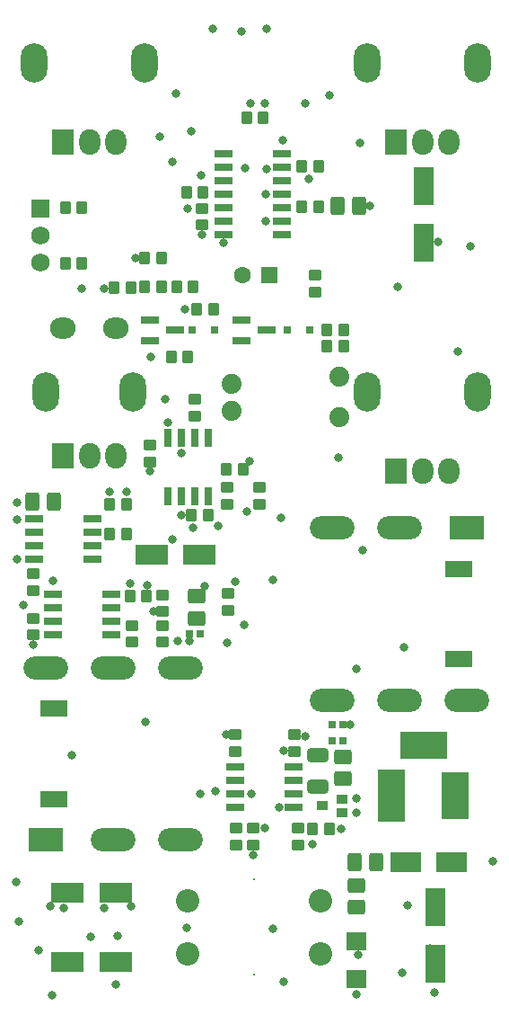
<source format=gbr>
%TF.GenerationSoftware,Altium Limited,Altium Designer,23.1.1 (15)*%
G04 Layer_Color=8388736*
%FSLAX26Y26*%
%MOIN*%
%TF.SameCoordinates,CF7A6AEE-9E07-4C1C-9DF4-B320C76D0393*%
%TF.FilePolarity,Negative*%
%TF.FileFunction,Soldermask,Top*%
%TF.Part,Single*%
G01*
G75*
%TA.AperFunction,SMDPad,CuDef*%
%ADD62R,0.074000X0.068000*%
G04:AMPARAMS|DCode=63|XSize=47.37mil|YSize=39.496mil|CornerRadius=7.937mil|HoleSize=0mil|Usage=FLASHONLY|Rotation=270.000|XOffset=0mil|YOffset=0mil|HoleType=Round|Shape=RoundedRectangle|*
%AMROUNDEDRECTD63*
21,1,0.047370,0.023622,0,0,270.0*
21,1,0.031496,0.039496,0,0,270.0*
1,1,0.015874,-0.011811,-0.015748*
1,1,0.015874,-0.011811,0.015748*
1,1,0.015874,0.011811,0.015748*
1,1,0.015874,0.011811,-0.015748*
%
%ADD63ROUNDEDRECTD63*%
G04:AMPARAMS|DCode=66|XSize=67.055mil|YSize=53.276mil|CornerRadius=9.659mil|HoleSize=0mil|Usage=FLASHONLY|Rotation=90.000|XOffset=0mil|YOffset=0mil|HoleType=Round|Shape=RoundedRectangle|*
%AMROUNDEDRECTD66*
21,1,0.067055,0.033957,0,0,90.0*
21,1,0.047736,0.053276,0,0,90.0*
1,1,0.019319,0.016978,0.023868*
1,1,0.019319,0.016978,-0.023868*
1,1,0.019319,-0.016978,-0.023868*
1,1,0.019319,-0.016978,0.023868*
%
%ADD66ROUNDEDRECTD66*%
%ADD68R,0.031622X0.067843*%
G04:AMPARAMS|DCode=69|XSize=47.37mil|YSize=39.496mil|CornerRadius=7.937mil|HoleSize=0mil|Usage=FLASHONLY|Rotation=180.000|XOffset=0mil|YOffset=0mil|HoleType=Round|Shape=RoundedRectangle|*
%AMROUNDEDRECTD69*
21,1,0.047370,0.023622,0,0,180.0*
21,1,0.031496,0.039496,0,0,180.0*
1,1,0.015874,-0.015748,0.011811*
1,1,0.015874,0.015748,0.011811*
1,1,0.015874,0.015748,-0.011811*
1,1,0.015874,-0.015748,-0.011811*
%
%ADD69ROUNDEDRECTD69*%
G04:AMPARAMS|DCode=70|XSize=67.055mil|YSize=53.276mil|CornerRadius=9.659mil|HoleSize=0mil|Usage=FLASHONLY|Rotation=180.000|XOffset=0mil|YOffset=0mil|HoleType=Round|Shape=RoundedRectangle|*
%AMROUNDEDRECTD70*
21,1,0.067055,0.033957,0,0,180.0*
21,1,0.047736,0.053276,0,0,180.0*
1,1,0.019319,-0.023868,0.016978*
1,1,0.019319,0.023868,0.016978*
1,1,0.019319,0.023868,-0.016978*
1,1,0.019319,-0.023868,-0.016978*
%
%ADD70ROUNDEDRECTD70*%
%ADD71R,0.065087X0.031622*%
%ADD73R,0.031228X0.025716*%
%ADD76R,0.124142X0.072961*%
%TA.AperFunction,ComponentPad*%
%ADD78O,0.094614X0.078866*%
%ADD79O,0.098551X0.145795*%
%ADD80O,0.078866X0.094614*%
%ADD81R,0.078866X0.094614*%
%ADD82C,0.086740*%
%ADD83C,0.008000*%
%ADD84C,0.074000*%
%ADD85R,0.063118X0.063118*%
%ADD86C,0.063118*%
%ADD87O,0.165480X0.086740*%
%ADD88R,0.126110X0.086740*%
%ADD89R,0.102488X0.059181*%
%ADD90R,0.098551X0.196976*%
%ADD91R,0.177291X0.098551*%
%ADD92R,0.098551X0.177291*%
%ADD93C,0.068000*%
%ADD94R,0.068000X0.068000*%
%TA.AperFunction,ViaPad*%
%ADD95C,0.031622*%
%TA.AperFunction,SMDPad,CuDef*%
%ADD99R,0.031622X0.031622*%
%ADD100R,0.067843X0.030835*%
%ADD101R,0.067843X0.031622*%
%ADD102R,0.043433X0.035559*%
%ADD103R,0.112331X0.076898*%
%ADD104R,0.072961X0.143827*%
G04:AMPARAMS|DCode=105|XSize=76.898mil|YSize=51.307mil|CornerRadius=9.413mil|HoleSize=0mil|Usage=FLASHONLY|Rotation=0.000|XOffset=0mil|YOffset=0mil|HoleType=Round|Shape=RoundedRectangle|*
%AMROUNDEDRECTD105*
21,1,0.076898,0.032480,0,0,0.0*
21,1,0.058071,0.051307,0,0,0.0*
1,1,0.018827,0.029035,-0.016240*
1,1,0.018827,-0.029035,-0.016240*
1,1,0.018827,-0.029035,0.016240*
1,1,0.018827,0.029035,0.016240*
%
%ADD105ROUNDEDRECTD105*%
D62*
X1259842Y145669D02*
D03*
Y285669D02*
D03*
D63*
X838087Y2035433D02*
D03*
X776087D02*
D03*
X1150102Y2551181D02*
D03*
X1212102D02*
D03*
X633362Y2452756D02*
D03*
X571362D02*
D03*
X239661Y3003937D02*
D03*
X177661D02*
D03*
X239661Y2799213D02*
D03*
X177661D02*
D03*
X591047Y2712598D02*
D03*
X653047D02*
D03*
X358764Y2708661D02*
D03*
X420764D02*
D03*
X1055614Y3007874D02*
D03*
X1117614D02*
D03*
X534937Y2818898D02*
D03*
X472937D02*
D03*
X1055614Y3157480D02*
D03*
X1117614D02*
D03*
X626976Y3062992D02*
D03*
X688976D02*
D03*
X405016Y1795276D02*
D03*
X343016D02*
D03*
X1157472Y700787D02*
D03*
X1095472D02*
D03*
X1150102Y2492126D02*
D03*
X1212102D02*
D03*
X666346Y2629921D02*
D03*
X728346D02*
D03*
X535433Y2712598D02*
D03*
X473433D02*
D03*
X850890Y3338583D02*
D03*
X912890D02*
D03*
X708165Y1866142D02*
D03*
X646165D02*
D03*
X405016Y1905512D02*
D03*
X343016D02*
D03*
X479819Y1566929D02*
D03*
X417819D02*
D03*
D66*
X134843Y1915354D02*
D03*
X54134D02*
D03*
X1250984Y578740D02*
D03*
X1331693D02*
D03*
X1268701Y3011811D02*
D03*
X1187992D02*
D03*
D68*
X708858Y2151968D02*
D03*
X658858D02*
D03*
X608858D02*
D03*
X558858D02*
D03*
X708858Y1934646D02*
D03*
X658858D02*
D03*
X608858D02*
D03*
X558858D02*
D03*
D69*
X779528Y1968504D02*
D03*
Y1906504D02*
D03*
X811024Y642228D02*
D03*
Y704228D02*
D03*
X807087Y988685D02*
D03*
Y1050685D02*
D03*
X657480Y2294779D02*
D03*
Y2232779D02*
D03*
X1043307Y642724D02*
D03*
Y704724D02*
D03*
X897638Y1968504D02*
D03*
Y1906504D02*
D03*
X539370Y1394197D02*
D03*
Y1456197D02*
D03*
X783465Y1512307D02*
D03*
Y1574307D02*
D03*
X539370Y1508370D02*
D03*
Y1570370D02*
D03*
X1106299Y2693409D02*
D03*
Y2755409D02*
D03*
X685039Y3003441D02*
D03*
Y2941441D02*
D03*
X425197Y1394197D02*
D03*
Y1456197D02*
D03*
X59055Y1648614D02*
D03*
Y1586614D02*
D03*
Y1421756D02*
D03*
Y1483756D02*
D03*
X874016Y642724D02*
D03*
Y704724D02*
D03*
X492126Y2063488D02*
D03*
Y2125488D02*
D03*
X1027559Y1050685D02*
D03*
Y988685D02*
D03*
D70*
X1259842Y412401D02*
D03*
Y493110D02*
D03*
X1208661Y888779D02*
D03*
Y969488D02*
D03*
X665354Y1483268D02*
D03*
Y1563976D02*
D03*
D71*
X831693Y2588583D02*
D03*
Y2513780D02*
D03*
X924213Y2551181D02*
D03*
X493110Y2588583D02*
D03*
Y2513780D02*
D03*
X585630Y2551181D02*
D03*
D73*
X1084842D02*
D03*
X1001772D02*
D03*
X730512D02*
D03*
X647441D02*
D03*
D76*
X497047Y1720472D02*
D03*
X676181D02*
D03*
X365158Y208661D02*
D03*
X186024D02*
D03*
X365158Y464567D02*
D03*
X186024D02*
D03*
D78*
X366142Y2559055D02*
D03*
X169291D02*
D03*
D79*
X106299Y2322846D02*
D03*
X429134D02*
D03*
X472454Y3543319D02*
D03*
X63005D02*
D03*
X1708674D02*
D03*
X1299225D02*
D03*
Y2322846D02*
D03*
X1708674D02*
D03*
D80*
X366155Y2086614D02*
D03*
X267716D02*
D03*
X267729Y3248043D02*
D03*
X366155D02*
D03*
X1503950D02*
D03*
X1602375D02*
D03*
Y2027571D02*
D03*
X1503950D02*
D03*
D81*
X169304Y2086614D02*
D03*
Y3248043D02*
D03*
X1405525D02*
D03*
Y2027571D02*
D03*
D82*
X631890Y437008D02*
D03*
Y240157D02*
D03*
X1124016D02*
D03*
Y437008D02*
D03*
D83*
X877953Y515748D02*
D03*
Y161417D02*
D03*
D84*
X796063Y2253150D02*
D03*
Y2353150D02*
D03*
X1196063Y2378150D02*
D03*
Y2228150D02*
D03*
D85*
X935827Y2755905D02*
D03*
D86*
X835827D02*
D03*
D87*
X1167323Y1178543D02*
D03*
X1667323D02*
D03*
X1417323D02*
D03*
Y1817520D02*
D03*
X1167323D02*
D03*
X604331Y1299803D02*
D03*
X104331D02*
D03*
X354331D02*
D03*
Y660827D02*
D03*
X604331D02*
D03*
D88*
X1667323Y1817520D02*
D03*
X104331Y660827D02*
D03*
D89*
X1637795Y1665354D02*
D03*
Y1330709D02*
D03*
X133858Y812992D02*
D03*
Y1147638D02*
D03*
D90*
X1389764Y826772D02*
D03*
D91*
X1507874Y1011811D02*
D03*
D92*
X1625984Y826772D02*
D03*
D93*
X86614Y2801575D02*
D03*
Y2901575D02*
D03*
D94*
Y3001575D02*
D03*
D95*
X622047Y2629921D02*
D03*
X1082181Y3113677D02*
D03*
X1763780Y582677D02*
D03*
X1449229Y417502D02*
D03*
X1531496Y259842D02*
D03*
X1264764Y235236D02*
D03*
X1429134Y169291D02*
D03*
X1547244Y94488D02*
D03*
X1200787Y700787D02*
D03*
X973493Y781104D02*
D03*
X-1968Y1913740D02*
D03*
X417323Y1611273D02*
D03*
X506813Y1507874D02*
D03*
X984252Y3255905D02*
D03*
X594488Y1397638D02*
D03*
X773622Y1051181D02*
D03*
X1259842Y763779D02*
D03*
X949016Y1625000D02*
D03*
X681102Y3125984D02*
D03*
X1259842Y90551D02*
D03*
X736221Y842520D02*
D03*
X1259842Y1295276D02*
D03*
X1283465Y1736220D02*
D03*
X1192913Y2078740D02*
D03*
X807149Y1617654D02*
D03*
X980056Y1854590D02*
D03*
X850394Y1878449D02*
D03*
X988189Y992126D02*
D03*
X1066929Y1047244D02*
D03*
X645669Y3287402D02*
D03*
X131496Y1623622D02*
D03*
X173228Y409449D02*
D03*
X371654Y304724D02*
D03*
X271654Y303150D02*
D03*
X421654Y414370D02*
D03*
X322835Y409449D02*
D03*
X1435039Y1375984D02*
D03*
X1236220Y1090551D02*
D03*
X843016Y1460134D02*
D03*
X629921Y334646D02*
D03*
X120840Y415861D02*
D03*
X127457Y85142D02*
D03*
X987693Y134354D02*
D03*
X948819Y330709D02*
D03*
X-3937Y503937D02*
D03*
X3937Y358268D02*
D03*
X77165Y253543D02*
D03*
X200787Y976378D02*
D03*
X476378Y1098425D02*
D03*
X677165Y830709D02*
D03*
X1067323Y3393307D02*
D03*
X863061Y2066073D02*
D03*
X763779Y2874016D02*
D03*
X846457Y3153543D02*
D03*
X921260Y3055118D02*
D03*
Y2956693D02*
D03*
X547244Y2295276D02*
D03*
X1259842Y814961D02*
D03*
X925197Y3149606D02*
D03*
X587110Y3428638D02*
D03*
X527559Y3267716D02*
D03*
X574803Y3177165D02*
D03*
X575299Y1775094D02*
D03*
X694528Y1603720D02*
D03*
X1160066Y3421260D02*
D03*
X1271653Y3244095D02*
D03*
X1633858Y2472441D02*
D03*
X1680606Y2862701D02*
D03*
X724409Y3669291D02*
D03*
X866142Y3393701D02*
D03*
X917323D02*
D03*
X925197Y3669291D02*
D03*
X830709Y3657480D02*
D03*
X1413386Y2712598D02*
D03*
X1562992Y2877953D02*
D03*
X559055Y2208661D02*
D03*
X608858Y2095866D02*
D03*
X240157Y2704724D02*
D03*
X496063Y2452756D02*
D03*
X405016Y1952260D02*
D03*
X630417Y3003441D02*
D03*
X0Y1850394D02*
D03*
X685039Y2905512D02*
D03*
X1307087Y3011811D02*
D03*
X322835Y2704724D02*
D03*
X437008Y2818898D02*
D03*
X870079Y830709D02*
D03*
X1094488Y645669D02*
D03*
X366142Y125984D02*
D03*
X637795Y1397638D02*
D03*
X779528Y1393701D02*
D03*
X653543Y1818898D02*
D03*
X342520Y1952756D02*
D03*
X744095Y1826772D02*
D03*
X21654Y1531496D02*
D03*
X480315Y1606299D02*
D03*
X610236Y1866142D02*
D03*
X492126Y2027559D02*
D03*
X874016Y606299D02*
D03*
X917323Y704724D02*
D03*
X0Y1700787D02*
D03*
X59055Y1385827D02*
D03*
D99*
X1169291Y1090551D02*
D03*
X1208661D02*
D03*
X677165Y1425197D02*
D03*
X637795D02*
D03*
X1208661Y1027559D02*
D03*
X1169291D02*
D03*
D100*
X981102Y2905512D02*
D03*
Y2955512D02*
D03*
Y3005512D02*
D03*
Y3055512D02*
D03*
Y3105512D02*
D03*
Y3155512D02*
D03*
Y3205512D02*
D03*
X763779Y2905512D02*
D03*
Y2955512D02*
D03*
Y3005512D02*
D03*
Y3055512D02*
D03*
Y3105512D02*
D03*
Y3155512D02*
D03*
Y3205512D02*
D03*
D101*
X277953Y1700591D02*
D03*
Y1750591D02*
D03*
Y1800591D02*
D03*
Y1850591D02*
D03*
X60630Y1700591D02*
D03*
Y1750591D02*
D03*
Y1800591D02*
D03*
Y1850591D02*
D03*
X1025984Y783268D02*
D03*
Y833268D02*
D03*
Y883268D02*
D03*
Y933268D02*
D03*
X808661Y783268D02*
D03*
Y833268D02*
D03*
Y883268D02*
D03*
Y933268D02*
D03*
X348819Y1421063D02*
D03*
Y1471063D02*
D03*
Y1521063D02*
D03*
Y1571063D02*
D03*
X131496Y1421063D02*
D03*
Y1471063D02*
D03*
Y1521063D02*
D03*
Y1571063D02*
D03*
D102*
X1131890Y787402D02*
D03*
X1206693Y812992D02*
D03*
Y761811D02*
D03*
D103*
X1612205Y578740D02*
D03*
X1442913D02*
D03*
D104*
X1507874Y3085630D02*
D03*
Y2875000D02*
D03*
X1551181Y412402D02*
D03*
Y201772D02*
D03*
D105*
X1114173Y858268D02*
D03*
Y976378D02*
D03*
%TF.MD5,80eb7ba10e68306f9f304ae96618cb7e*%
M02*

</source>
